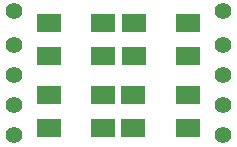
<source format=gts>
G04 (created by PCBNEW (2013-07-07 BZR 4022)-stable) date 9/12/2014 12:20:54 AM*
%MOIN*%
G04 Gerber Fmt 3.4, Leading zero omitted, Abs format*
%FSLAX34Y34*%
G01*
G70*
G90*
G04 APERTURE LIST*
%ADD10C,0.00590551*%
%ADD11R,0.0826772X0.0590551*%
%ADD12C,0.055*%
G04 APERTURE END LIST*
G54D10*
G54D11*
X80623Y-57092D03*
X78812Y-57092D03*
X80623Y-55989D03*
X78812Y-55989D03*
X83455Y-57092D03*
X81644Y-57092D03*
X83455Y-55989D03*
X81644Y-55989D03*
X80623Y-59477D03*
X78812Y-59477D03*
X80623Y-58374D03*
X78812Y-58374D03*
X83443Y-59477D03*
X81632Y-59477D03*
X83443Y-58374D03*
X81632Y-58374D03*
G54D12*
X77655Y-56730D03*
X77655Y-57730D03*
X77655Y-58730D03*
X77655Y-59730D03*
X84626Y-59730D03*
X84626Y-58730D03*
X84626Y-57730D03*
X84626Y-56730D03*
X84626Y-55601D03*
X77660Y-55601D03*
M02*

</source>
